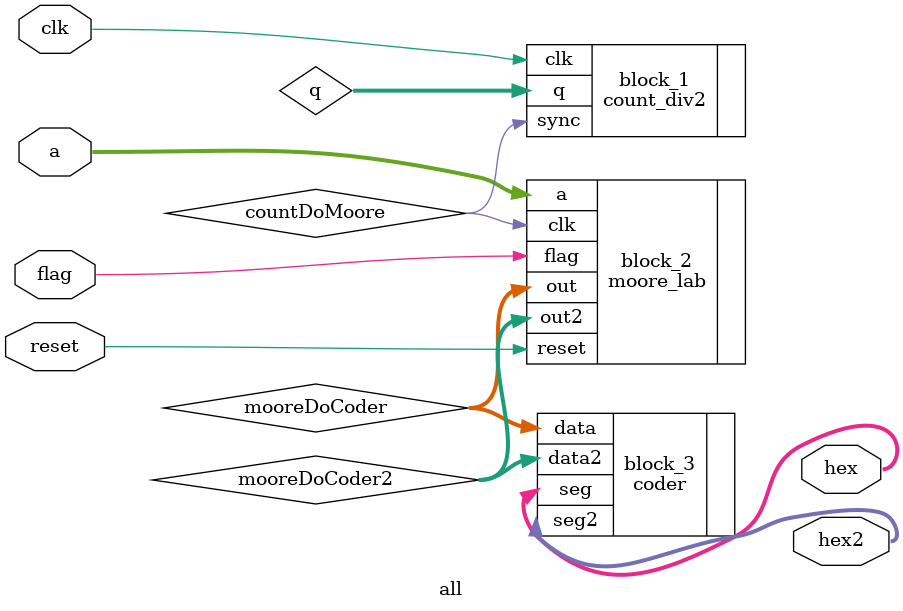
<source format=v>
module all
#(parameter N=4,M=4'd2)
(
input [3:0] a,
input flag,
input clk,
input reset,
output [6:0] hex,
output [6:0] hex2
);

wire [3:0] mooreDoCoder;
wire [3:0] mooreDoCoder2;
wire countDoMoore;
wire [N-1:0] q;

count_div2 block_1(.clk(clk), .sync(countDoMoore), .q(q));

moore_lab block_2 (.clk(countDoMoore), 
.flag(flag), 
.reset(reset), 
.a(a), 
.out(mooreDoCoder [3:0]),
.out2(mooreDoCoder2 [3:0]));

coder block_3(.data(mooreDoCoder [3:0]), 
.data2(mooreDoCoder2 [3:0]), 
.seg(hex), .seg2(hex2));

endmodule

</source>
